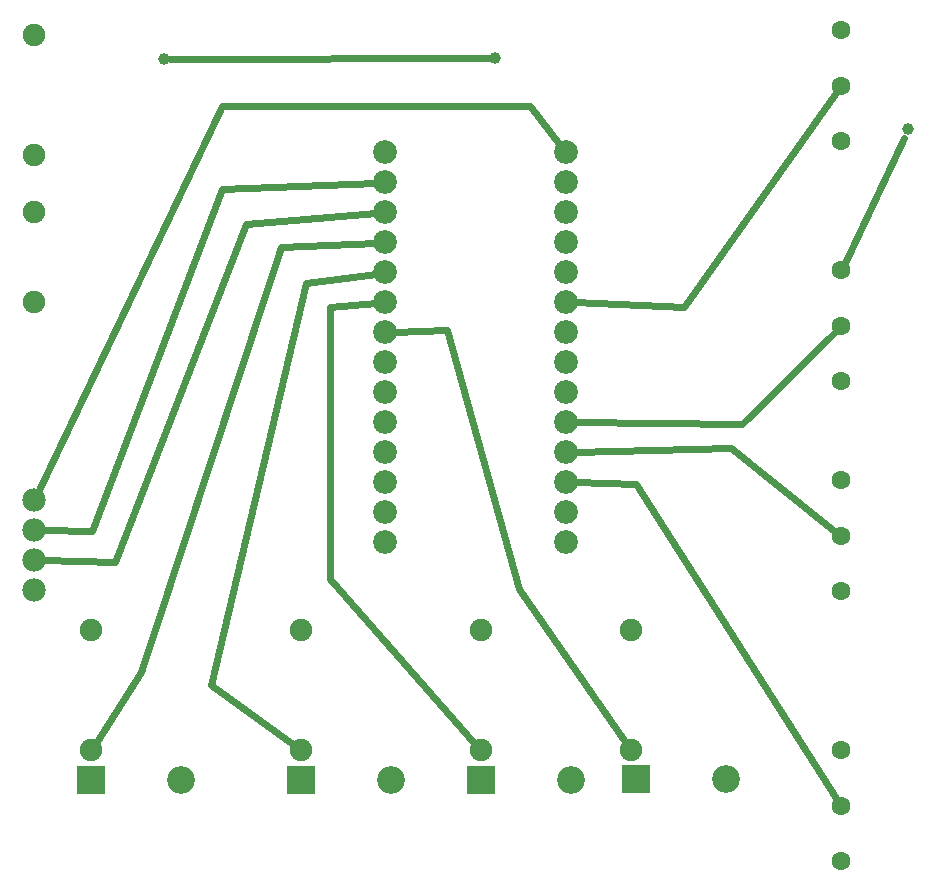
<source format=gbl>
G04 MADE WITH FRITZING*
G04 WWW.FRITZING.ORG*
G04 DOUBLE SIDED*
G04 HOLES PLATED*
G04 CONTOUR ON CENTER OF CONTOUR VECTOR*
%ASAXBY*%
%FSLAX23Y23*%
%MOIN*%
%OFA0B0*%
%SFA1.0B1.0*%
%ADD10C,0.078000*%
%ADD11C,0.079370*%
%ADD12C,0.039370*%
%ADD13C,0.092000*%
%ADD14C,0.075000*%
%ADD15C,0.063307*%
%ADD16R,0.092000X0.092000*%
%ADD17C,0.024000*%
%LNCOPPER0*%
G90*
G70*
G54D10*
X409Y1595D03*
X409Y1495D03*
X409Y1395D03*
X409Y1295D03*
G54D11*
X1580Y2754D03*
X1580Y2654D03*
X1580Y2554D03*
X1580Y2454D03*
X1580Y2354D03*
X1580Y2254D03*
X1580Y2154D03*
X1580Y2054D03*
X1580Y1954D03*
X1580Y1854D03*
X1580Y1754D03*
X1580Y1654D03*
X1580Y1554D03*
X1580Y1454D03*
X2181Y2755D03*
X2181Y2655D03*
X2181Y2555D03*
X2181Y2455D03*
X2181Y2355D03*
X2181Y2255D03*
X2181Y2155D03*
X2181Y2055D03*
X2181Y1955D03*
X2181Y1855D03*
X2181Y1755D03*
X2181Y1655D03*
X2181Y1555D03*
X2181Y1455D03*
G54D12*
X843Y3066D03*
X3322Y2831D03*
G54D13*
X1299Y661D03*
X1599Y661D03*
X599Y661D03*
X899Y661D03*
X1899Y661D03*
X2199Y661D03*
X2417Y665D03*
X2717Y665D03*
G54D14*
X409Y2554D03*
X409Y2254D03*
X409Y3145D03*
X409Y2745D03*
G54D15*
X3099Y761D03*
X3099Y575D03*
X3100Y391D03*
X3099Y1661D03*
X3099Y1475D03*
X3100Y1291D03*
X3099Y3161D03*
X3099Y2975D03*
X3100Y2791D03*
X3099Y2361D03*
X3099Y2175D03*
X3100Y1991D03*
G54D14*
X2399Y761D03*
X2399Y1161D03*
X1899Y761D03*
X1899Y1161D03*
X1299Y761D03*
X1299Y1161D03*
X599Y761D03*
X599Y1161D03*
G54D12*
X843Y3066D03*
X1946Y3068D03*
G54D16*
X1299Y661D03*
X599Y661D03*
X1899Y661D03*
X2417Y665D03*
G54D17*
X1395Y1333D02*
X1880Y782D01*
D02*
X1395Y2239D02*
X1395Y1333D01*
D02*
X1549Y2252D02*
X1395Y2239D01*
D02*
X1785Y2161D02*
X1610Y2155D01*
D02*
X2025Y1297D02*
X1785Y2161D01*
D02*
X2383Y784D02*
X2025Y1297D01*
D02*
X1234Y2437D02*
X1549Y2453D01*
D02*
X765Y1021D02*
X1234Y2437D01*
D02*
X615Y785D02*
X765Y1021D01*
D02*
X1317Y2317D02*
X1549Y2350D01*
D02*
X999Y979D02*
X1317Y2317D01*
D02*
X1276Y778D02*
X999Y979D01*
D02*
X2417Y1648D02*
X2212Y1654D01*
D02*
X3082Y602D02*
X2417Y1648D01*
D02*
X2733Y1768D02*
X3074Y1495D01*
D02*
X2212Y1756D02*
X2733Y1768D01*
D02*
X2770Y1848D02*
X3076Y2151D01*
D02*
X2212Y1855D02*
X2770Y1848D01*
D02*
X2575Y2238D02*
X3080Y2948D01*
D02*
X2212Y2254D02*
X2575Y2238D01*
D02*
X604Y1492D02*
X439Y1494D01*
D02*
X1037Y2632D02*
X604Y1492D01*
D02*
X1549Y2653D02*
X1037Y2632D01*
D02*
X2064Y2910D02*
X2162Y2780D01*
D02*
X1037Y2910D02*
X2064Y2910D01*
D02*
X422Y1622D02*
X1037Y2910D01*
D02*
X1117Y2514D02*
X1549Y2552D01*
D02*
X680Y1389D02*
X1117Y2514D01*
D02*
X439Y1394D02*
X680Y1389D01*
D02*
X862Y3066D02*
X1927Y3068D01*
D02*
X3308Y2801D02*
X3108Y2378D01*
G04 End of Copper0*
M02*
</source>
